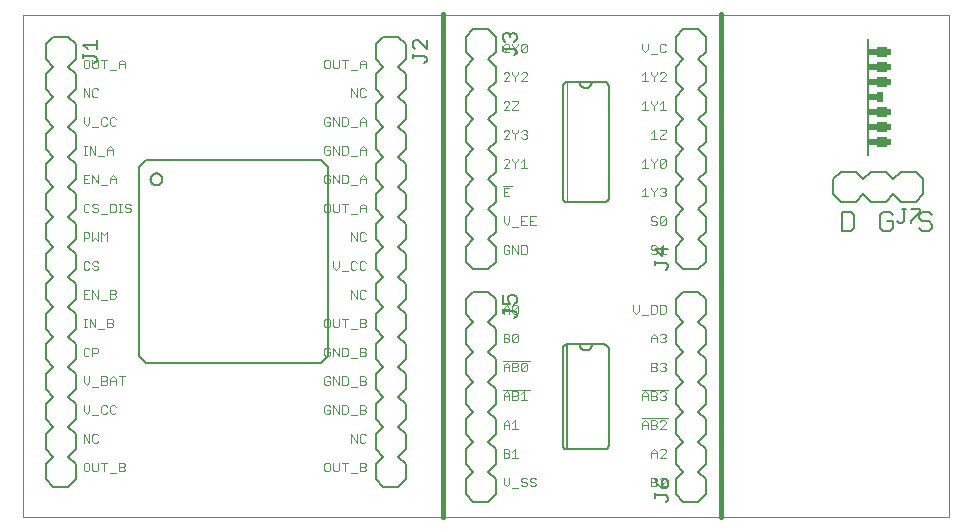
<source format=gto>
G75*
%MOIN*%
%OFA0B0*%
%FSLAX25Y25*%
%IPPOS*%
%LPD*%
%AMOC8*
5,1,8,0,0,1.08239X$1,22.5*
%
%ADD10C,0.00000*%
%ADD11C,0.00300*%
%ADD12C,0.00600*%
%ADD13C,0.01600*%
%ADD14C,0.00500*%
%ADD15C,0.00200*%
%ADD16C,0.00800*%
%ADD17R,0.02100X0.03543*%
%ADD18R,0.03750X0.03543*%
%ADD19R,0.07677X0.02362*%
%ADD20R,0.04150X0.02362*%
D10*
X0001000Y0001800D02*
X0001000Y0169261D01*
X0309701Y0169261D01*
X0309701Y0001800D01*
X0001000Y0001800D01*
D11*
X0021150Y0017434D02*
X0021634Y0016950D01*
X0022601Y0016950D01*
X0023085Y0017434D01*
X0023085Y0019369D01*
X0022601Y0019852D01*
X0021634Y0019852D01*
X0021150Y0019369D01*
X0021150Y0017434D01*
X0024097Y0017434D02*
X0024580Y0016950D01*
X0025548Y0016950D01*
X0026031Y0017434D01*
X0026031Y0019852D01*
X0027043Y0019852D02*
X0028978Y0019852D01*
X0028011Y0019852D02*
X0028011Y0016950D01*
X0029990Y0016466D02*
X0031925Y0016466D01*
X0032936Y0016950D02*
X0034387Y0016950D01*
X0034871Y0017434D01*
X0034871Y0017917D01*
X0034387Y0018401D01*
X0032936Y0018401D01*
X0032936Y0016950D02*
X0032936Y0019852D01*
X0034387Y0019852D01*
X0034871Y0019369D01*
X0034871Y0018885D01*
X0034387Y0018401D01*
X0024097Y0017434D02*
X0024097Y0019852D01*
X0024580Y0026550D02*
X0025548Y0026550D01*
X0026031Y0027034D01*
X0024580Y0026550D02*
X0024097Y0027034D01*
X0024097Y0028969D01*
X0024580Y0029452D01*
X0025548Y0029452D01*
X0026031Y0028969D01*
X0023085Y0029452D02*
X0023085Y0026550D01*
X0021150Y0029452D01*
X0021150Y0026550D01*
X0024097Y0035666D02*
X0026031Y0035666D01*
X0027043Y0036634D02*
X0027527Y0036150D01*
X0028494Y0036150D01*
X0028978Y0036634D01*
X0029990Y0036634D02*
X0030473Y0036150D01*
X0031441Y0036150D01*
X0031925Y0036634D01*
X0031925Y0038569D02*
X0031441Y0039052D01*
X0030473Y0039052D01*
X0029990Y0038569D01*
X0029990Y0036634D01*
X0028978Y0038569D02*
X0028494Y0039052D01*
X0027527Y0039052D01*
X0027043Y0038569D01*
X0027043Y0036634D01*
X0023085Y0037117D02*
X0023085Y0039052D01*
X0023085Y0037117D02*
X0022117Y0036150D01*
X0021150Y0037117D01*
X0021150Y0039052D01*
X0022117Y0045750D02*
X0023085Y0046717D01*
X0023085Y0048652D01*
X0021150Y0048652D02*
X0021150Y0046717D01*
X0022117Y0045750D01*
X0024097Y0045266D02*
X0026031Y0045266D01*
X0027043Y0045750D02*
X0028494Y0045750D01*
X0028978Y0046234D01*
X0028978Y0046717D01*
X0028494Y0047201D01*
X0027043Y0047201D01*
X0027043Y0045750D02*
X0027043Y0048652D01*
X0028494Y0048652D01*
X0028978Y0048169D01*
X0028978Y0047685D01*
X0028494Y0047201D01*
X0029990Y0047201D02*
X0031925Y0047201D01*
X0031925Y0047685D02*
X0031925Y0045750D01*
X0031925Y0047685D02*
X0030957Y0048652D01*
X0029990Y0047685D01*
X0029990Y0045750D01*
X0033904Y0045750D02*
X0033904Y0048652D01*
X0034871Y0048652D02*
X0032936Y0048652D01*
X0025548Y0056317D02*
X0024097Y0056317D01*
X0024097Y0055350D02*
X0024097Y0058252D01*
X0025548Y0058252D01*
X0026031Y0057769D01*
X0026031Y0056801D01*
X0025548Y0056317D01*
X0023085Y0055834D02*
X0022601Y0055350D01*
X0021634Y0055350D01*
X0021150Y0055834D01*
X0021150Y0057769D01*
X0021634Y0058252D01*
X0022601Y0058252D01*
X0023085Y0057769D01*
X0023114Y0064950D02*
X0023114Y0067852D01*
X0025049Y0064950D01*
X0025049Y0067852D01*
X0022117Y0067852D02*
X0021150Y0067852D01*
X0021634Y0067852D02*
X0021634Y0064950D01*
X0022117Y0064950D02*
X0021150Y0064950D01*
X0026061Y0064466D02*
X0027996Y0064466D01*
X0029007Y0064950D02*
X0030459Y0064950D01*
X0030942Y0065434D01*
X0030942Y0065917D01*
X0030459Y0066401D01*
X0029007Y0066401D01*
X0029007Y0064950D02*
X0029007Y0067852D01*
X0030459Y0067852D01*
X0030942Y0067369D01*
X0030942Y0066885D01*
X0030459Y0066401D01*
X0028978Y0074066D02*
X0027043Y0074066D01*
X0026031Y0074550D02*
X0026031Y0077452D01*
X0024097Y0077452D02*
X0026031Y0074550D01*
X0024097Y0074550D02*
X0024097Y0077452D01*
X0023085Y0077452D02*
X0021150Y0077452D01*
X0021150Y0074550D01*
X0023085Y0074550D01*
X0022117Y0076001D02*
X0021150Y0076001D01*
X0029990Y0076001D02*
X0031441Y0076001D01*
X0031925Y0075517D01*
X0031925Y0075034D01*
X0031441Y0074550D01*
X0029990Y0074550D01*
X0029990Y0077452D01*
X0031441Y0077452D01*
X0031925Y0076969D01*
X0031925Y0076485D01*
X0031441Y0076001D01*
X0025548Y0084150D02*
X0024580Y0084150D01*
X0024097Y0084634D01*
X0023085Y0084634D02*
X0022601Y0084150D01*
X0021634Y0084150D01*
X0021150Y0084634D01*
X0021150Y0086569D01*
X0021634Y0087052D01*
X0022601Y0087052D01*
X0023085Y0086569D01*
X0024097Y0086569D02*
X0024097Y0086085D01*
X0024580Y0085601D01*
X0025548Y0085601D01*
X0026031Y0085117D01*
X0026031Y0084634D01*
X0025548Y0084150D01*
X0026031Y0086569D02*
X0025548Y0087052D01*
X0024580Y0087052D01*
X0024097Y0086569D01*
X0024097Y0093750D02*
X0025064Y0094717D01*
X0026031Y0093750D01*
X0026031Y0096652D01*
X0027043Y0096652D02*
X0028011Y0095685D01*
X0028978Y0096652D01*
X0028978Y0093750D01*
X0027043Y0093750D02*
X0027043Y0096652D01*
X0024097Y0096652D02*
X0024097Y0093750D01*
X0023085Y0095201D02*
X0022601Y0094717D01*
X0021150Y0094717D01*
X0021150Y0093750D02*
X0021150Y0096652D01*
X0022601Y0096652D01*
X0023085Y0096169D01*
X0023085Y0095201D01*
X0022601Y0103350D02*
X0021634Y0103350D01*
X0021150Y0103834D01*
X0021150Y0105769D01*
X0021634Y0106252D01*
X0022601Y0106252D01*
X0023085Y0105769D01*
X0024097Y0105769D02*
X0024097Y0105285D01*
X0024580Y0104801D01*
X0025548Y0104801D01*
X0026031Y0104317D01*
X0026031Y0103834D01*
X0025548Y0103350D01*
X0024580Y0103350D01*
X0024097Y0103834D01*
X0023085Y0103834D02*
X0022601Y0103350D01*
X0024097Y0105769D02*
X0024580Y0106252D01*
X0025548Y0106252D01*
X0026031Y0105769D01*
X0027043Y0102866D02*
X0028978Y0102866D01*
X0029990Y0103350D02*
X0031441Y0103350D01*
X0031925Y0103834D01*
X0031925Y0105769D01*
X0031441Y0106252D01*
X0029990Y0106252D01*
X0029990Y0103350D01*
X0032936Y0103350D02*
X0033904Y0103350D01*
X0033420Y0103350D02*
X0033420Y0106252D01*
X0032936Y0106252D02*
X0033904Y0106252D01*
X0034900Y0105769D02*
X0034900Y0105285D01*
X0035384Y0104801D01*
X0036352Y0104801D01*
X0036835Y0104317D01*
X0036835Y0103834D01*
X0036352Y0103350D01*
X0035384Y0103350D01*
X0034900Y0103834D01*
X0034900Y0105769D02*
X0035384Y0106252D01*
X0036352Y0106252D01*
X0036835Y0105769D01*
X0028978Y0112466D02*
X0027043Y0112466D01*
X0026031Y0112950D02*
X0026031Y0115852D01*
X0024097Y0115852D02*
X0024097Y0112950D01*
X0023085Y0112950D02*
X0021150Y0112950D01*
X0021150Y0115852D01*
X0023085Y0115852D01*
X0024097Y0115852D02*
X0026031Y0112950D01*
X0029990Y0112950D02*
X0029990Y0114885D01*
X0030957Y0115852D01*
X0031925Y0114885D01*
X0031925Y0112950D01*
X0031925Y0114401D02*
X0029990Y0114401D01*
X0022117Y0114401D02*
X0021150Y0114401D01*
X0021150Y0122550D02*
X0022117Y0122550D01*
X0021634Y0122550D02*
X0021634Y0125452D01*
X0022117Y0125452D02*
X0021150Y0125452D01*
X0023114Y0125452D02*
X0025049Y0122550D01*
X0025049Y0125452D01*
X0023114Y0125452D02*
X0023114Y0122550D01*
X0026061Y0122066D02*
X0027996Y0122066D01*
X0029007Y0122550D02*
X0029007Y0124485D01*
X0029975Y0125452D01*
X0030942Y0124485D01*
X0030942Y0122550D01*
X0030942Y0124001D02*
X0029007Y0124001D01*
X0026031Y0131666D02*
X0024097Y0131666D01*
X0023085Y0133117D02*
X0023085Y0135052D01*
X0023085Y0133117D02*
X0022117Y0132150D01*
X0021150Y0133117D01*
X0021150Y0135052D01*
X0027043Y0134569D02*
X0027043Y0132634D01*
X0027527Y0132150D01*
X0028494Y0132150D01*
X0028978Y0132634D01*
X0029990Y0132634D02*
X0030473Y0132150D01*
X0031441Y0132150D01*
X0031925Y0132634D01*
X0031925Y0134569D02*
X0031441Y0135052D01*
X0030473Y0135052D01*
X0029990Y0134569D01*
X0029990Y0132634D01*
X0028978Y0134569D02*
X0028494Y0135052D01*
X0027527Y0135052D01*
X0027043Y0134569D01*
X0025548Y0141750D02*
X0024580Y0141750D01*
X0024097Y0142234D01*
X0024097Y0144169D01*
X0024580Y0144652D01*
X0025548Y0144652D01*
X0026031Y0144169D01*
X0026031Y0142234D02*
X0025548Y0141750D01*
X0023085Y0141750D02*
X0023085Y0144652D01*
X0021150Y0144652D02*
X0023085Y0141750D01*
X0021150Y0141750D02*
X0021150Y0144652D01*
X0021634Y0151350D02*
X0022601Y0151350D01*
X0023085Y0151834D01*
X0023085Y0153769D01*
X0022601Y0154252D01*
X0021634Y0154252D01*
X0021150Y0153769D01*
X0021150Y0151834D01*
X0021634Y0151350D01*
X0024097Y0151834D02*
X0024580Y0151350D01*
X0025548Y0151350D01*
X0026031Y0151834D01*
X0026031Y0154252D01*
X0027043Y0154252D02*
X0028978Y0154252D01*
X0028011Y0154252D02*
X0028011Y0151350D01*
X0029990Y0150866D02*
X0031925Y0150866D01*
X0032936Y0151350D02*
X0032936Y0153285D01*
X0033904Y0154252D01*
X0034871Y0153285D01*
X0034871Y0151350D01*
X0034871Y0152801D02*
X0032936Y0152801D01*
X0024097Y0151834D02*
X0024097Y0154252D01*
X0101417Y0153769D02*
X0101417Y0151834D01*
X0101901Y0151350D01*
X0102869Y0151350D01*
X0103352Y0151834D01*
X0103352Y0153769D01*
X0102869Y0154252D01*
X0101901Y0154252D01*
X0101417Y0153769D01*
X0104364Y0154252D02*
X0104364Y0151834D01*
X0104848Y0151350D01*
X0105815Y0151350D01*
X0106299Y0151834D01*
X0106299Y0154252D01*
X0107310Y0154252D02*
X0109245Y0154252D01*
X0108278Y0154252D02*
X0108278Y0151350D01*
X0110257Y0150866D02*
X0112192Y0150866D01*
X0113203Y0151350D02*
X0113203Y0153285D01*
X0114171Y0154252D01*
X0115138Y0153285D01*
X0115138Y0151350D01*
X0115138Y0152801D02*
X0113203Y0152801D01*
X0113687Y0144652D02*
X0113203Y0144169D01*
X0113203Y0142234D01*
X0113687Y0141750D01*
X0114655Y0141750D01*
X0115138Y0142234D01*
X0115138Y0144169D02*
X0114655Y0144652D01*
X0113687Y0144652D01*
X0112192Y0144652D02*
X0112192Y0141750D01*
X0110257Y0144652D01*
X0110257Y0141750D01*
X0108762Y0135052D02*
X0107310Y0135052D01*
X0107310Y0132150D01*
X0108762Y0132150D01*
X0109245Y0132634D01*
X0109245Y0134569D01*
X0108762Y0135052D01*
X0106299Y0135052D02*
X0106299Y0132150D01*
X0104364Y0135052D01*
X0104364Y0132150D01*
X0103352Y0132634D02*
X0103352Y0133601D01*
X0102385Y0133601D01*
X0103352Y0132634D02*
X0102869Y0132150D01*
X0101901Y0132150D01*
X0101417Y0132634D01*
X0101417Y0134569D01*
X0101901Y0135052D01*
X0102869Y0135052D01*
X0103352Y0134569D01*
X0110257Y0131666D02*
X0112192Y0131666D01*
X0113203Y0132150D02*
X0113203Y0134085D01*
X0114171Y0135052D01*
X0115138Y0134085D01*
X0115138Y0132150D01*
X0115138Y0133601D02*
X0113203Y0133601D01*
X0114171Y0125452D02*
X0115138Y0124485D01*
X0115138Y0122550D01*
X0115138Y0124001D02*
X0113203Y0124001D01*
X0113203Y0124485D02*
X0114171Y0125452D01*
X0113203Y0124485D02*
X0113203Y0122550D01*
X0112192Y0122066D02*
X0110257Y0122066D01*
X0109245Y0123034D02*
X0109245Y0124969D01*
X0108762Y0125452D01*
X0107310Y0125452D01*
X0107310Y0122550D01*
X0108762Y0122550D01*
X0109245Y0123034D01*
X0106299Y0122550D02*
X0106299Y0125452D01*
X0104364Y0125452D02*
X0106299Y0122550D01*
X0104364Y0122550D02*
X0104364Y0125452D01*
X0103352Y0124969D02*
X0102869Y0125452D01*
X0101901Y0125452D01*
X0101417Y0124969D01*
X0101417Y0123034D01*
X0101901Y0122550D01*
X0102869Y0122550D01*
X0103352Y0123034D01*
X0103352Y0124001D01*
X0102385Y0124001D01*
X0102869Y0115852D02*
X0101901Y0115852D01*
X0101417Y0115369D01*
X0101417Y0113434D01*
X0101901Y0112950D01*
X0102869Y0112950D01*
X0103352Y0113434D01*
X0103352Y0114401D01*
X0102385Y0114401D01*
X0103352Y0115369D02*
X0102869Y0115852D01*
X0104364Y0115852D02*
X0106299Y0112950D01*
X0106299Y0115852D01*
X0107310Y0115852D02*
X0108762Y0115852D01*
X0109245Y0115369D01*
X0109245Y0113434D01*
X0108762Y0112950D01*
X0107310Y0112950D01*
X0107310Y0115852D01*
X0104364Y0115852D02*
X0104364Y0112950D01*
X0110257Y0112466D02*
X0112192Y0112466D01*
X0113203Y0112950D02*
X0113203Y0114885D01*
X0114171Y0115852D01*
X0115138Y0114885D01*
X0115138Y0112950D01*
X0115138Y0114401D02*
X0113203Y0114401D01*
X0114171Y0106252D02*
X0115138Y0105285D01*
X0115138Y0103350D01*
X0115138Y0104801D02*
X0113203Y0104801D01*
X0113203Y0105285D02*
X0114171Y0106252D01*
X0113203Y0105285D02*
X0113203Y0103350D01*
X0112192Y0102866D02*
X0110257Y0102866D01*
X0108278Y0103350D02*
X0108278Y0106252D01*
X0109245Y0106252D02*
X0107310Y0106252D01*
X0106299Y0106252D02*
X0106299Y0103834D01*
X0105815Y0103350D01*
X0104848Y0103350D01*
X0104364Y0103834D01*
X0104364Y0106252D01*
X0103352Y0105769D02*
X0102869Y0106252D01*
X0101901Y0106252D01*
X0101417Y0105769D01*
X0101417Y0103834D01*
X0101901Y0103350D01*
X0102869Y0103350D01*
X0103352Y0103834D01*
X0103352Y0105769D01*
X0110257Y0096652D02*
X0112192Y0093750D01*
X0112192Y0096652D01*
X0113203Y0096169D02*
X0113203Y0094234D01*
X0113687Y0093750D01*
X0114655Y0093750D01*
X0115138Y0094234D01*
X0115138Y0096169D02*
X0114655Y0096652D01*
X0113687Y0096652D01*
X0113203Y0096169D01*
X0110257Y0096652D02*
X0110257Y0093750D01*
X0110741Y0087052D02*
X0110257Y0086569D01*
X0110257Y0084634D01*
X0110741Y0084150D01*
X0111708Y0084150D01*
X0112192Y0084634D01*
X0113203Y0084634D02*
X0113687Y0084150D01*
X0114655Y0084150D01*
X0115138Y0084634D01*
X0113203Y0084634D02*
X0113203Y0086569D01*
X0113687Y0087052D01*
X0114655Y0087052D01*
X0115138Y0086569D01*
X0112192Y0086569D02*
X0111708Y0087052D01*
X0110741Y0087052D01*
X0106299Y0087052D02*
X0106299Y0085117D01*
X0105331Y0084150D01*
X0104364Y0085117D01*
X0104364Y0087052D01*
X0107310Y0083666D02*
X0109245Y0083666D01*
X0110257Y0077452D02*
X0112192Y0074550D01*
X0112192Y0077452D01*
X0113203Y0076969D02*
X0113687Y0077452D01*
X0114655Y0077452D01*
X0115138Y0076969D01*
X0113203Y0076969D02*
X0113203Y0075034D01*
X0113687Y0074550D01*
X0114655Y0074550D01*
X0115138Y0075034D01*
X0110257Y0074550D02*
X0110257Y0077452D01*
X0109245Y0067852D02*
X0107310Y0067852D01*
X0108278Y0067852D02*
X0108278Y0064950D01*
X0110257Y0064466D02*
X0112192Y0064466D01*
X0113203Y0064950D02*
X0114655Y0064950D01*
X0115138Y0065434D01*
X0115138Y0065917D01*
X0114655Y0066401D01*
X0113203Y0066401D01*
X0113203Y0064950D02*
X0113203Y0067852D01*
X0114655Y0067852D01*
X0115138Y0067369D01*
X0115138Y0066885D01*
X0114655Y0066401D01*
X0106299Y0065434D02*
X0105815Y0064950D01*
X0104848Y0064950D01*
X0104364Y0065434D01*
X0104364Y0067852D01*
X0103352Y0067369D02*
X0102869Y0067852D01*
X0101901Y0067852D01*
X0101417Y0067369D01*
X0101417Y0065434D01*
X0101901Y0064950D01*
X0102869Y0064950D01*
X0103352Y0065434D01*
X0103352Y0067369D01*
X0106299Y0067852D02*
X0106299Y0065434D01*
X0106299Y0058252D02*
X0106299Y0055350D01*
X0104364Y0058252D01*
X0104364Y0055350D01*
X0103352Y0055834D02*
X0103352Y0056801D01*
X0102385Y0056801D01*
X0103352Y0055834D02*
X0102869Y0055350D01*
X0101901Y0055350D01*
X0101417Y0055834D01*
X0101417Y0057769D01*
X0101901Y0058252D01*
X0102869Y0058252D01*
X0103352Y0057769D01*
X0107310Y0058252D02*
X0107310Y0055350D01*
X0108762Y0055350D01*
X0109245Y0055834D01*
X0109245Y0057769D01*
X0108762Y0058252D01*
X0107310Y0058252D01*
X0110257Y0054866D02*
X0112192Y0054866D01*
X0113203Y0055350D02*
X0114655Y0055350D01*
X0115138Y0055834D01*
X0115138Y0056317D01*
X0114655Y0056801D01*
X0113203Y0056801D01*
X0113203Y0055350D02*
X0113203Y0058252D01*
X0114655Y0058252D01*
X0115138Y0057769D01*
X0115138Y0057285D01*
X0114655Y0056801D01*
X0114655Y0048652D02*
X0115138Y0048169D01*
X0115138Y0047685D01*
X0114655Y0047201D01*
X0113203Y0047201D01*
X0113203Y0045750D02*
X0114655Y0045750D01*
X0115138Y0046234D01*
X0115138Y0046717D01*
X0114655Y0047201D01*
X0114655Y0048652D02*
X0113203Y0048652D01*
X0113203Y0045750D01*
X0112192Y0045266D02*
X0110257Y0045266D01*
X0109245Y0046234D02*
X0108762Y0045750D01*
X0107310Y0045750D01*
X0107310Y0048652D01*
X0108762Y0048652D01*
X0109245Y0048169D01*
X0109245Y0046234D01*
X0106299Y0045750D02*
X0106299Y0048652D01*
X0104364Y0048652D02*
X0106299Y0045750D01*
X0104364Y0045750D02*
X0104364Y0048652D01*
X0103352Y0048169D02*
X0102869Y0048652D01*
X0101901Y0048652D01*
X0101417Y0048169D01*
X0101417Y0046234D01*
X0101901Y0045750D01*
X0102869Y0045750D01*
X0103352Y0046234D01*
X0103352Y0047201D01*
X0102385Y0047201D01*
X0102869Y0039052D02*
X0101901Y0039052D01*
X0101417Y0038569D01*
X0101417Y0036634D01*
X0101901Y0036150D01*
X0102869Y0036150D01*
X0103352Y0036634D01*
X0103352Y0037601D01*
X0102385Y0037601D01*
X0103352Y0038569D02*
X0102869Y0039052D01*
X0104364Y0039052D02*
X0106299Y0036150D01*
X0106299Y0039052D01*
X0107310Y0039052D02*
X0108762Y0039052D01*
X0109245Y0038569D01*
X0109245Y0036634D01*
X0108762Y0036150D01*
X0107310Y0036150D01*
X0107310Y0039052D01*
X0104364Y0039052D02*
X0104364Y0036150D01*
X0110257Y0035666D02*
X0112192Y0035666D01*
X0113203Y0036150D02*
X0114655Y0036150D01*
X0115138Y0036634D01*
X0115138Y0037117D01*
X0114655Y0037601D01*
X0113203Y0037601D01*
X0113203Y0036150D02*
X0113203Y0039052D01*
X0114655Y0039052D01*
X0115138Y0038569D01*
X0115138Y0038085D01*
X0114655Y0037601D01*
X0114655Y0029452D02*
X0113687Y0029452D01*
X0113203Y0028969D01*
X0113203Y0027034D01*
X0113687Y0026550D01*
X0114655Y0026550D01*
X0115138Y0027034D01*
X0115138Y0028969D02*
X0114655Y0029452D01*
X0112192Y0029452D02*
X0112192Y0026550D01*
X0110257Y0029452D01*
X0110257Y0026550D01*
X0109245Y0019852D02*
X0107310Y0019852D01*
X0108278Y0019852D02*
X0108278Y0016950D01*
X0110257Y0016466D02*
X0112192Y0016466D01*
X0113203Y0016950D02*
X0114655Y0016950D01*
X0115138Y0017434D01*
X0115138Y0017917D01*
X0114655Y0018401D01*
X0113203Y0018401D01*
X0113203Y0016950D02*
X0113203Y0019852D01*
X0114655Y0019852D01*
X0115138Y0019369D01*
X0115138Y0018885D01*
X0114655Y0018401D01*
X0106299Y0017434D02*
X0105815Y0016950D01*
X0104848Y0016950D01*
X0104364Y0017434D01*
X0104364Y0019852D01*
X0103352Y0019369D02*
X0102869Y0019852D01*
X0101901Y0019852D01*
X0101417Y0019369D01*
X0101417Y0017434D01*
X0101901Y0016950D01*
X0102869Y0016950D01*
X0103352Y0017434D01*
X0103352Y0019369D01*
X0106299Y0019852D02*
X0106299Y0017434D01*
X0161150Y0014852D02*
X0161150Y0012917D01*
X0162117Y0011950D01*
X0163085Y0012917D01*
X0163085Y0014852D01*
X0167043Y0014369D02*
X0167043Y0013885D01*
X0167527Y0013401D01*
X0168494Y0013401D01*
X0168978Y0012917D01*
X0168978Y0012434D01*
X0168494Y0011950D01*
X0167527Y0011950D01*
X0167043Y0012434D01*
X0166031Y0011466D02*
X0164097Y0011466D01*
X0167043Y0014369D02*
X0167527Y0014852D01*
X0168494Y0014852D01*
X0168978Y0014369D01*
X0169990Y0014369D02*
X0169990Y0013885D01*
X0170473Y0013401D01*
X0171441Y0013401D01*
X0171925Y0012917D01*
X0171925Y0012434D01*
X0171441Y0011950D01*
X0170473Y0011950D01*
X0169990Y0012434D01*
X0169990Y0014369D02*
X0170473Y0014852D01*
X0171441Y0014852D01*
X0171925Y0014369D01*
X0166031Y0021550D02*
X0164097Y0021550D01*
X0165064Y0021550D02*
X0165064Y0024452D01*
X0164097Y0023485D01*
X0163085Y0023485D02*
X0162601Y0023001D01*
X0161150Y0023001D01*
X0161150Y0021550D02*
X0162601Y0021550D01*
X0163085Y0022034D01*
X0163085Y0022517D01*
X0162601Y0023001D01*
X0163085Y0023485D02*
X0163085Y0023969D01*
X0162601Y0024452D01*
X0161150Y0024452D01*
X0161150Y0021550D01*
X0161150Y0031150D02*
X0161150Y0033085D01*
X0162117Y0034052D01*
X0163085Y0033085D01*
X0163085Y0031150D01*
X0164097Y0031150D02*
X0166031Y0031150D01*
X0165064Y0031150D02*
X0165064Y0034052D01*
X0164097Y0033085D01*
X0163085Y0032601D02*
X0161150Y0032601D01*
X0161150Y0040750D02*
X0161150Y0042685D01*
X0162117Y0043652D01*
X0163085Y0042685D01*
X0163085Y0040750D01*
X0164097Y0040750D02*
X0165548Y0040750D01*
X0166031Y0041234D01*
X0166031Y0041717D01*
X0165548Y0042201D01*
X0164097Y0042201D01*
X0163085Y0042201D02*
X0161150Y0042201D01*
X0161000Y0044250D02*
X0169840Y0044250D01*
X0168011Y0043652D02*
X0168011Y0040750D01*
X0168978Y0040750D02*
X0167043Y0040750D01*
X0167043Y0042685D02*
X0168011Y0043652D01*
X0166031Y0043169D02*
X0166031Y0042685D01*
X0165548Y0042201D01*
X0166031Y0043169D02*
X0165548Y0043652D01*
X0164097Y0043652D01*
X0164097Y0040750D01*
X0164097Y0050350D02*
X0165548Y0050350D01*
X0166031Y0050834D01*
X0166031Y0051317D01*
X0165548Y0051801D01*
X0164097Y0051801D01*
X0163085Y0051801D02*
X0161150Y0051801D01*
X0161150Y0052285D02*
X0162117Y0053252D01*
X0163085Y0052285D01*
X0163085Y0050350D01*
X0164097Y0050350D02*
X0164097Y0053252D01*
X0165548Y0053252D01*
X0166031Y0052769D01*
X0166031Y0052285D01*
X0165548Y0051801D01*
X0167043Y0050834D02*
X0167043Y0052769D01*
X0167527Y0053252D01*
X0168494Y0053252D01*
X0168978Y0052769D01*
X0167043Y0050834D01*
X0167527Y0050350D01*
X0168494Y0050350D01*
X0168978Y0050834D01*
X0168978Y0052769D01*
X0169840Y0053850D02*
X0161000Y0053850D01*
X0161150Y0052285D02*
X0161150Y0050350D01*
X0161150Y0059950D02*
X0162601Y0059950D01*
X0163085Y0060434D01*
X0163085Y0060917D01*
X0162601Y0061401D01*
X0161150Y0061401D01*
X0161150Y0059950D02*
X0161150Y0062852D01*
X0162601Y0062852D01*
X0163085Y0062369D01*
X0163085Y0061885D01*
X0162601Y0061401D01*
X0164097Y0060434D02*
X0166031Y0062369D01*
X0166031Y0060434D01*
X0165548Y0059950D01*
X0164580Y0059950D01*
X0164097Y0060434D01*
X0164097Y0062369D01*
X0164580Y0062852D01*
X0165548Y0062852D01*
X0166031Y0062369D01*
X0165548Y0069550D02*
X0164580Y0069550D01*
X0164097Y0070034D01*
X0166031Y0071969D01*
X0166031Y0070034D01*
X0165548Y0069550D01*
X0164097Y0070034D02*
X0164097Y0071969D01*
X0164580Y0072452D01*
X0165548Y0072452D01*
X0166031Y0071969D01*
X0163085Y0071485D02*
X0163085Y0069550D01*
X0163085Y0071001D02*
X0161150Y0071001D01*
X0161150Y0071485D02*
X0162117Y0072452D01*
X0163085Y0071485D01*
X0161150Y0071485D02*
X0161150Y0069550D01*
X0161634Y0089450D02*
X0161150Y0089934D01*
X0161150Y0091869D01*
X0161634Y0092352D01*
X0162601Y0092352D01*
X0163085Y0091869D01*
X0163085Y0090901D02*
X0162117Y0090901D01*
X0163085Y0090901D02*
X0163085Y0089934D01*
X0162601Y0089450D01*
X0161634Y0089450D01*
X0164097Y0089450D02*
X0164097Y0092352D01*
X0166031Y0089450D01*
X0166031Y0092352D01*
X0167043Y0092352D02*
X0168494Y0092352D01*
X0168978Y0091869D01*
X0168978Y0089934D01*
X0168494Y0089450D01*
X0167043Y0089450D01*
X0167043Y0092352D01*
X0166031Y0098566D02*
X0164097Y0098566D01*
X0163085Y0100017D02*
X0162117Y0099050D01*
X0161150Y0100017D01*
X0161150Y0101952D01*
X0163085Y0101952D02*
X0163085Y0100017D01*
X0167043Y0100501D02*
X0168011Y0100501D01*
X0168978Y0099050D02*
X0167043Y0099050D01*
X0167043Y0101952D01*
X0168978Y0101952D01*
X0169990Y0101952D02*
X0169990Y0099050D01*
X0171925Y0099050D01*
X0170957Y0100501D02*
X0169990Y0100501D01*
X0169990Y0101952D02*
X0171925Y0101952D01*
X0163085Y0108650D02*
X0161150Y0108650D01*
X0161150Y0111552D01*
X0163085Y0111552D01*
X0163947Y0112150D02*
X0161000Y0112150D01*
X0161150Y0110101D02*
X0162117Y0110101D01*
X0161150Y0118250D02*
X0163085Y0120185D01*
X0163085Y0120669D01*
X0162601Y0121152D01*
X0161634Y0121152D01*
X0161150Y0120669D01*
X0161150Y0118250D02*
X0163085Y0118250D01*
X0165064Y0118250D02*
X0165064Y0119701D01*
X0166031Y0120669D01*
X0166031Y0121152D01*
X0167043Y0120185D02*
X0168011Y0121152D01*
X0168011Y0118250D01*
X0168978Y0118250D02*
X0167043Y0118250D01*
X0165064Y0119701D02*
X0164097Y0120669D01*
X0164097Y0121152D01*
X0165064Y0127850D02*
X0165064Y0129301D01*
X0166031Y0130269D01*
X0166031Y0130752D01*
X0167043Y0130269D02*
X0167527Y0130752D01*
X0168494Y0130752D01*
X0168978Y0130269D01*
X0168978Y0129785D01*
X0168494Y0129301D01*
X0168978Y0128817D01*
X0168978Y0128334D01*
X0168494Y0127850D01*
X0167527Y0127850D01*
X0167043Y0128334D01*
X0168011Y0129301D02*
X0168494Y0129301D01*
X0165064Y0129301D02*
X0164097Y0130269D01*
X0164097Y0130752D01*
X0163085Y0130269D02*
X0162601Y0130752D01*
X0161634Y0130752D01*
X0161150Y0130269D01*
X0163085Y0130269D02*
X0163085Y0129785D01*
X0161150Y0127850D01*
X0163085Y0127850D01*
X0163085Y0137450D02*
X0161150Y0137450D01*
X0163085Y0139385D01*
X0163085Y0139869D01*
X0162601Y0140352D01*
X0161634Y0140352D01*
X0161150Y0139869D01*
X0164097Y0140352D02*
X0166031Y0140352D01*
X0166031Y0139869D01*
X0164097Y0137934D01*
X0164097Y0137450D01*
X0166031Y0137450D01*
X0165064Y0147050D02*
X0165064Y0148501D01*
X0166031Y0149469D01*
X0166031Y0149952D01*
X0167043Y0149469D02*
X0167527Y0149952D01*
X0168494Y0149952D01*
X0168978Y0149469D01*
X0168978Y0148985D01*
X0167043Y0147050D01*
X0168978Y0147050D01*
X0165064Y0148501D02*
X0164097Y0149469D01*
X0164097Y0149952D01*
X0163085Y0149469D02*
X0162601Y0149952D01*
X0161634Y0149952D01*
X0161150Y0149469D01*
X0163085Y0149469D02*
X0163085Y0148985D01*
X0161150Y0147050D01*
X0163085Y0147050D01*
X0163085Y0156650D02*
X0161150Y0156650D01*
X0163085Y0158585D01*
X0163085Y0159069D01*
X0162601Y0159552D01*
X0161634Y0159552D01*
X0161150Y0159069D01*
X0164097Y0159069D02*
X0164097Y0159552D01*
X0164097Y0159069D02*
X0165064Y0158101D01*
X0165064Y0156650D01*
X0165064Y0158101D02*
X0166031Y0159069D01*
X0166031Y0159552D01*
X0167043Y0159069D02*
X0167527Y0159552D01*
X0168494Y0159552D01*
X0168978Y0159069D01*
X0167043Y0157134D01*
X0167527Y0156650D01*
X0168494Y0156650D01*
X0168978Y0157134D01*
X0168978Y0159069D01*
X0167043Y0159069D02*
X0167043Y0157134D01*
X0207310Y0157617D02*
X0208278Y0156650D01*
X0209245Y0157617D01*
X0209245Y0159552D01*
X0207310Y0159552D02*
X0207310Y0157617D01*
X0210257Y0156166D02*
X0212192Y0156166D01*
X0213203Y0157134D02*
X0213687Y0156650D01*
X0214655Y0156650D01*
X0215138Y0157134D01*
X0213203Y0157134D02*
X0213203Y0159069D01*
X0213687Y0159552D01*
X0214655Y0159552D01*
X0215138Y0159069D01*
X0214655Y0149952D02*
X0213687Y0149952D01*
X0213203Y0149469D01*
X0212192Y0149469D02*
X0212192Y0149952D01*
X0212192Y0149469D02*
X0211224Y0148501D01*
X0211224Y0147050D01*
X0211224Y0148501D02*
X0210257Y0149469D01*
X0210257Y0149952D01*
X0208278Y0149952D02*
X0208278Y0147050D01*
X0209245Y0147050D02*
X0207310Y0147050D01*
X0207310Y0148985D02*
X0208278Y0149952D01*
X0213203Y0147050D02*
X0215138Y0148985D01*
X0215138Y0149469D01*
X0214655Y0149952D01*
X0215138Y0147050D02*
X0213203Y0147050D01*
X0214171Y0140352D02*
X0214171Y0137450D01*
X0215138Y0137450D02*
X0213203Y0137450D01*
X0213203Y0139385D02*
X0214171Y0140352D01*
X0212192Y0140352D02*
X0212192Y0139869D01*
X0211224Y0138901D01*
X0211224Y0137450D01*
X0211224Y0138901D02*
X0210257Y0139869D01*
X0210257Y0140352D01*
X0208278Y0140352D02*
X0208278Y0137450D01*
X0209245Y0137450D02*
X0207310Y0137450D01*
X0207310Y0139385D02*
X0208278Y0140352D01*
X0211224Y0130752D02*
X0211224Y0127850D01*
X0210257Y0127850D02*
X0212192Y0127850D01*
X0213203Y0127850D02*
X0215138Y0127850D01*
X0213203Y0127850D02*
X0213203Y0128334D01*
X0215138Y0130269D01*
X0215138Y0130752D01*
X0213203Y0130752D01*
X0211224Y0130752D02*
X0210257Y0129785D01*
X0210257Y0121152D02*
X0210257Y0120669D01*
X0211224Y0119701D01*
X0211224Y0118250D01*
X0211224Y0119701D02*
X0212192Y0120669D01*
X0212192Y0121152D01*
X0213203Y0120669D02*
X0213687Y0121152D01*
X0214655Y0121152D01*
X0215138Y0120669D01*
X0213203Y0118734D01*
X0213687Y0118250D01*
X0214655Y0118250D01*
X0215138Y0118734D01*
X0215138Y0120669D01*
X0213203Y0120669D02*
X0213203Y0118734D01*
X0209245Y0118250D02*
X0207310Y0118250D01*
X0208278Y0118250D02*
X0208278Y0121152D01*
X0207310Y0120185D01*
X0208278Y0111552D02*
X0208278Y0108650D01*
X0209245Y0108650D02*
X0207310Y0108650D01*
X0207310Y0110585D02*
X0208278Y0111552D01*
X0210257Y0111552D02*
X0210257Y0111069D01*
X0211224Y0110101D01*
X0211224Y0108650D01*
X0211224Y0110101D02*
X0212192Y0111069D01*
X0212192Y0111552D01*
X0213203Y0111069D02*
X0213687Y0111552D01*
X0214655Y0111552D01*
X0215138Y0111069D01*
X0215138Y0110585D01*
X0214655Y0110101D01*
X0215138Y0109617D01*
X0215138Y0109134D01*
X0214655Y0108650D01*
X0213687Y0108650D01*
X0213203Y0109134D01*
X0214171Y0110101D02*
X0214655Y0110101D01*
X0214655Y0101952D02*
X0213687Y0101952D01*
X0213203Y0101469D01*
X0213203Y0099534D01*
X0215138Y0101469D01*
X0215138Y0099534D01*
X0214655Y0099050D01*
X0213687Y0099050D01*
X0213203Y0099534D01*
X0212192Y0099534D02*
X0211708Y0099050D01*
X0210741Y0099050D01*
X0210257Y0099534D01*
X0210741Y0100501D02*
X0211708Y0100501D01*
X0212192Y0100017D01*
X0212192Y0099534D01*
X0210741Y0100501D02*
X0210257Y0100985D01*
X0210257Y0101469D01*
X0210741Y0101952D01*
X0211708Y0101952D01*
X0212192Y0101469D01*
X0214655Y0101952D02*
X0215138Y0101469D01*
X0214171Y0092352D02*
X0214171Y0089450D01*
X0215138Y0089450D02*
X0213203Y0089450D01*
X0212192Y0089934D02*
X0211708Y0089450D01*
X0210741Y0089450D01*
X0210257Y0089934D01*
X0210741Y0090901D02*
X0211708Y0090901D01*
X0212192Y0090417D01*
X0212192Y0089934D01*
X0210741Y0090901D02*
X0210257Y0091385D01*
X0210257Y0091869D01*
X0210741Y0092352D01*
X0211708Y0092352D01*
X0212192Y0091869D01*
X0213203Y0091385D02*
X0214171Y0092352D01*
X0214655Y0072452D02*
X0213203Y0072452D01*
X0213203Y0069550D01*
X0214655Y0069550D01*
X0215138Y0070034D01*
X0215138Y0071969D01*
X0214655Y0072452D01*
X0212192Y0071969D02*
X0211708Y0072452D01*
X0210257Y0072452D01*
X0210257Y0069550D01*
X0211708Y0069550D01*
X0212192Y0070034D01*
X0212192Y0071969D01*
X0209245Y0069066D02*
X0207310Y0069066D01*
X0206299Y0070517D02*
X0205331Y0069550D01*
X0204364Y0070517D01*
X0204364Y0072452D01*
X0206299Y0072452D02*
X0206299Y0070517D01*
X0211224Y0062852D02*
X0212192Y0061885D01*
X0212192Y0059950D01*
X0213203Y0060434D02*
X0213687Y0059950D01*
X0214655Y0059950D01*
X0215138Y0060434D01*
X0215138Y0060917D01*
X0214655Y0061401D01*
X0214171Y0061401D01*
X0214655Y0061401D02*
X0215138Y0061885D01*
X0215138Y0062369D01*
X0214655Y0062852D01*
X0213687Y0062852D01*
X0213203Y0062369D01*
X0212192Y0061401D02*
X0210257Y0061401D01*
X0210257Y0061885D02*
X0210257Y0059950D01*
X0210257Y0061885D02*
X0211224Y0062852D01*
X0211708Y0053252D02*
X0210257Y0053252D01*
X0210257Y0050350D01*
X0211708Y0050350D01*
X0212192Y0050834D01*
X0212192Y0051317D01*
X0211708Y0051801D01*
X0210257Y0051801D01*
X0211708Y0051801D02*
X0212192Y0052285D01*
X0212192Y0052769D01*
X0211708Y0053252D01*
X0213203Y0052769D02*
X0213687Y0053252D01*
X0214655Y0053252D01*
X0215138Y0052769D01*
X0215138Y0052285D01*
X0214655Y0051801D01*
X0215138Y0051317D01*
X0215138Y0050834D01*
X0214655Y0050350D01*
X0213687Y0050350D01*
X0213203Y0050834D01*
X0214171Y0051801D02*
X0214655Y0051801D01*
X0216000Y0044250D02*
X0207160Y0044250D01*
X0208278Y0043652D02*
X0207310Y0042685D01*
X0207310Y0040750D01*
X0207310Y0042201D02*
X0209245Y0042201D01*
X0209245Y0042685D02*
X0209245Y0040750D01*
X0210257Y0040750D02*
X0211708Y0040750D01*
X0212192Y0041234D01*
X0212192Y0041717D01*
X0211708Y0042201D01*
X0210257Y0042201D01*
X0209245Y0042685D02*
X0208278Y0043652D01*
X0210257Y0043652D02*
X0211708Y0043652D01*
X0212192Y0043169D01*
X0212192Y0042685D01*
X0211708Y0042201D01*
X0213203Y0041234D02*
X0213687Y0040750D01*
X0214655Y0040750D01*
X0215138Y0041234D01*
X0215138Y0041717D01*
X0214655Y0042201D01*
X0214171Y0042201D01*
X0214655Y0042201D02*
X0215138Y0042685D01*
X0215138Y0043169D01*
X0214655Y0043652D01*
X0213687Y0043652D01*
X0213203Y0043169D01*
X0210257Y0043652D02*
X0210257Y0040750D01*
X0207160Y0034650D02*
X0216000Y0034650D01*
X0215138Y0033569D02*
X0214655Y0034052D01*
X0213687Y0034052D01*
X0213203Y0033569D01*
X0212192Y0033569D02*
X0212192Y0033085D01*
X0211708Y0032601D01*
X0210257Y0032601D01*
X0209245Y0032601D02*
X0207310Y0032601D01*
X0207310Y0033085D02*
X0208278Y0034052D01*
X0209245Y0033085D01*
X0209245Y0031150D01*
X0210257Y0031150D02*
X0211708Y0031150D01*
X0212192Y0031634D01*
X0212192Y0032117D01*
X0211708Y0032601D01*
X0212192Y0033569D02*
X0211708Y0034052D01*
X0210257Y0034052D01*
X0210257Y0031150D01*
X0213203Y0031150D02*
X0215138Y0033085D01*
X0215138Y0033569D01*
X0215138Y0031150D02*
X0213203Y0031150D01*
X0207310Y0031150D02*
X0207310Y0033085D01*
X0211224Y0024452D02*
X0212192Y0023485D01*
X0212192Y0021550D01*
X0213203Y0021550D02*
X0215138Y0023485D01*
X0215138Y0023969D01*
X0214655Y0024452D01*
X0213687Y0024452D01*
X0213203Y0023969D01*
X0212192Y0023001D02*
X0210257Y0023001D01*
X0210257Y0023485D02*
X0211224Y0024452D01*
X0210257Y0023485D02*
X0210257Y0021550D01*
X0213203Y0021550D02*
X0215138Y0021550D01*
X0214655Y0014852D02*
X0213687Y0014852D01*
X0213203Y0014369D01*
X0212192Y0014369D02*
X0212192Y0013885D01*
X0211708Y0013401D01*
X0210257Y0013401D01*
X0210257Y0011950D02*
X0211708Y0011950D01*
X0212192Y0012434D01*
X0212192Y0012917D01*
X0211708Y0013401D01*
X0212192Y0014369D02*
X0211708Y0014852D01*
X0210257Y0014852D01*
X0210257Y0011950D01*
X0213203Y0011950D02*
X0215138Y0013885D01*
X0215138Y0014369D01*
X0214655Y0014852D01*
X0215138Y0011950D02*
X0213203Y0011950D01*
D12*
X0194700Y0024300D02*
X0182300Y0024300D01*
X0182200Y0024300D02*
X0182200Y0059300D01*
X0182300Y0059300D02*
X0186500Y0059300D01*
X0190500Y0059300D01*
X0194700Y0059300D01*
X0194776Y0059298D01*
X0194852Y0059292D01*
X0194927Y0059283D01*
X0195002Y0059269D01*
X0195076Y0059252D01*
X0195149Y0059231D01*
X0195221Y0059207D01*
X0195292Y0059178D01*
X0195361Y0059147D01*
X0195428Y0059112D01*
X0195493Y0059073D01*
X0195557Y0059031D01*
X0195618Y0058986D01*
X0195677Y0058938D01*
X0195733Y0058887D01*
X0195787Y0058833D01*
X0195838Y0058777D01*
X0195886Y0058718D01*
X0195931Y0058657D01*
X0195973Y0058593D01*
X0196012Y0058528D01*
X0196047Y0058461D01*
X0196078Y0058392D01*
X0196107Y0058321D01*
X0196131Y0058249D01*
X0196152Y0058176D01*
X0196169Y0058102D01*
X0196183Y0058027D01*
X0196192Y0057952D01*
X0196198Y0057876D01*
X0196200Y0057800D01*
X0196200Y0025800D01*
X0196198Y0025724D01*
X0196192Y0025648D01*
X0196183Y0025573D01*
X0196169Y0025498D01*
X0196152Y0025424D01*
X0196131Y0025351D01*
X0196107Y0025279D01*
X0196078Y0025208D01*
X0196047Y0025139D01*
X0196012Y0025072D01*
X0195973Y0025007D01*
X0195931Y0024943D01*
X0195886Y0024882D01*
X0195838Y0024823D01*
X0195787Y0024767D01*
X0195733Y0024713D01*
X0195677Y0024662D01*
X0195618Y0024614D01*
X0195557Y0024569D01*
X0195493Y0024527D01*
X0195428Y0024488D01*
X0195361Y0024453D01*
X0195292Y0024422D01*
X0195221Y0024393D01*
X0195149Y0024369D01*
X0195076Y0024348D01*
X0195002Y0024331D01*
X0194927Y0024317D01*
X0194852Y0024308D01*
X0194776Y0024302D01*
X0194700Y0024300D01*
X0182300Y0024300D02*
X0182224Y0024302D01*
X0182148Y0024308D01*
X0182073Y0024317D01*
X0181998Y0024331D01*
X0181924Y0024348D01*
X0181851Y0024369D01*
X0181779Y0024393D01*
X0181708Y0024422D01*
X0181639Y0024453D01*
X0181572Y0024488D01*
X0181507Y0024527D01*
X0181443Y0024569D01*
X0181382Y0024614D01*
X0181323Y0024662D01*
X0181267Y0024713D01*
X0181213Y0024767D01*
X0181162Y0024823D01*
X0181114Y0024882D01*
X0181069Y0024943D01*
X0181027Y0025007D01*
X0180988Y0025072D01*
X0180953Y0025139D01*
X0180922Y0025208D01*
X0180893Y0025279D01*
X0180869Y0025351D01*
X0180848Y0025424D01*
X0180831Y0025498D01*
X0180817Y0025573D01*
X0180808Y0025648D01*
X0180802Y0025724D01*
X0180800Y0025800D01*
X0180800Y0057800D01*
X0180802Y0057876D01*
X0180808Y0057952D01*
X0180817Y0058027D01*
X0180831Y0058102D01*
X0180848Y0058176D01*
X0180869Y0058249D01*
X0180893Y0058321D01*
X0180922Y0058392D01*
X0180953Y0058461D01*
X0180988Y0058528D01*
X0181027Y0058593D01*
X0181069Y0058657D01*
X0181114Y0058718D01*
X0181162Y0058777D01*
X0181213Y0058833D01*
X0181267Y0058887D01*
X0181323Y0058938D01*
X0181382Y0058986D01*
X0181443Y0059031D01*
X0181507Y0059073D01*
X0181572Y0059112D01*
X0181639Y0059147D01*
X0181708Y0059178D01*
X0181779Y0059207D01*
X0181851Y0059231D01*
X0181924Y0059252D01*
X0181998Y0059269D01*
X0182073Y0059283D01*
X0182148Y0059292D01*
X0182224Y0059298D01*
X0182300Y0059300D01*
X0186500Y0059300D02*
X0186502Y0059212D01*
X0186508Y0059123D01*
X0186518Y0059035D01*
X0186531Y0058948D01*
X0186549Y0058861D01*
X0186570Y0058775D01*
X0186595Y0058690D01*
X0186624Y0058607D01*
X0186657Y0058524D01*
X0186693Y0058444D01*
X0186732Y0058365D01*
X0186775Y0058287D01*
X0186822Y0058212D01*
X0186872Y0058139D01*
X0186925Y0058068D01*
X0186981Y0057999D01*
X0187040Y0057933D01*
X0187102Y0057870D01*
X0187166Y0057810D01*
X0187233Y0057752D01*
X0187303Y0057698D01*
X0187375Y0057646D01*
X0187449Y0057598D01*
X0187526Y0057553D01*
X0187604Y0057512D01*
X0187684Y0057474D01*
X0187765Y0057440D01*
X0187848Y0057409D01*
X0187933Y0057382D01*
X0188018Y0057359D01*
X0188104Y0057340D01*
X0188192Y0057324D01*
X0188279Y0057312D01*
X0188367Y0057304D01*
X0188456Y0057300D01*
X0188544Y0057300D01*
X0188633Y0057304D01*
X0188721Y0057312D01*
X0188808Y0057324D01*
X0188896Y0057340D01*
X0188982Y0057359D01*
X0189067Y0057382D01*
X0189152Y0057409D01*
X0189235Y0057440D01*
X0189316Y0057474D01*
X0189396Y0057512D01*
X0189474Y0057553D01*
X0189551Y0057598D01*
X0189625Y0057646D01*
X0189697Y0057698D01*
X0189767Y0057752D01*
X0189834Y0057810D01*
X0189898Y0057870D01*
X0189960Y0057933D01*
X0190019Y0057999D01*
X0190075Y0058068D01*
X0190128Y0058139D01*
X0190178Y0058212D01*
X0190225Y0058287D01*
X0190268Y0058365D01*
X0190307Y0058444D01*
X0190343Y0058524D01*
X0190376Y0058607D01*
X0190405Y0058690D01*
X0190430Y0058775D01*
X0190451Y0058861D01*
X0190469Y0058948D01*
X0190482Y0059035D01*
X0190492Y0059123D01*
X0190498Y0059212D01*
X0190500Y0059300D01*
X0273800Y0097100D02*
X0277003Y0097100D01*
X0278070Y0098168D01*
X0278070Y0102438D01*
X0277003Y0103505D01*
X0273800Y0103505D01*
X0273800Y0097100D01*
X0286691Y0098168D02*
X0287759Y0097100D01*
X0289894Y0097100D01*
X0290961Y0098168D01*
X0290961Y0100303D01*
X0288826Y0100303D01*
X0286691Y0102438D02*
X0286691Y0098168D01*
X0286691Y0102438D02*
X0287759Y0103505D01*
X0289894Y0103505D01*
X0290961Y0102438D01*
X0299582Y0102438D02*
X0299582Y0101370D01*
X0300650Y0100303D01*
X0302785Y0100303D01*
X0303852Y0099235D01*
X0303852Y0098168D01*
X0302785Y0097100D01*
X0300650Y0097100D01*
X0299582Y0098168D01*
X0299582Y0102438D02*
X0300650Y0103505D01*
X0302785Y0103505D01*
X0303852Y0102438D01*
X0196200Y0108300D02*
X0196200Y0145300D01*
X0196198Y0145376D01*
X0196192Y0145452D01*
X0196183Y0145527D01*
X0196169Y0145602D01*
X0196152Y0145676D01*
X0196131Y0145749D01*
X0196107Y0145821D01*
X0196078Y0145892D01*
X0196047Y0145961D01*
X0196012Y0146028D01*
X0195973Y0146093D01*
X0195931Y0146157D01*
X0195886Y0146218D01*
X0195838Y0146277D01*
X0195787Y0146333D01*
X0195733Y0146387D01*
X0195677Y0146438D01*
X0195618Y0146486D01*
X0195557Y0146531D01*
X0195493Y0146573D01*
X0195428Y0146612D01*
X0195361Y0146647D01*
X0195292Y0146678D01*
X0195221Y0146707D01*
X0195149Y0146731D01*
X0195076Y0146752D01*
X0195002Y0146769D01*
X0194927Y0146783D01*
X0194852Y0146792D01*
X0194776Y0146798D01*
X0194700Y0146800D01*
X0190500Y0146800D01*
X0186500Y0146800D01*
X0182300Y0146800D01*
X0182224Y0146798D01*
X0182148Y0146792D01*
X0182073Y0146783D01*
X0181998Y0146769D01*
X0181924Y0146752D01*
X0181851Y0146731D01*
X0181779Y0146707D01*
X0181708Y0146678D01*
X0181639Y0146647D01*
X0181572Y0146612D01*
X0181507Y0146573D01*
X0181443Y0146531D01*
X0181382Y0146486D01*
X0181323Y0146438D01*
X0181267Y0146387D01*
X0181213Y0146333D01*
X0181162Y0146277D01*
X0181114Y0146218D01*
X0181069Y0146157D01*
X0181027Y0146093D01*
X0180988Y0146028D01*
X0180953Y0145961D01*
X0180922Y0145892D01*
X0180893Y0145821D01*
X0180869Y0145749D01*
X0180848Y0145676D01*
X0180831Y0145602D01*
X0180817Y0145527D01*
X0180808Y0145452D01*
X0180802Y0145376D01*
X0180800Y0145300D01*
X0180800Y0108300D01*
X0180802Y0108224D01*
X0180808Y0108148D01*
X0180817Y0108073D01*
X0180831Y0107998D01*
X0180848Y0107924D01*
X0180869Y0107851D01*
X0180893Y0107779D01*
X0180922Y0107708D01*
X0180953Y0107639D01*
X0180988Y0107572D01*
X0181027Y0107507D01*
X0181069Y0107443D01*
X0181114Y0107382D01*
X0181162Y0107323D01*
X0181213Y0107267D01*
X0181267Y0107213D01*
X0181323Y0107162D01*
X0181382Y0107114D01*
X0181443Y0107069D01*
X0181507Y0107027D01*
X0181572Y0106988D01*
X0181639Y0106953D01*
X0181708Y0106922D01*
X0181779Y0106893D01*
X0181851Y0106869D01*
X0181924Y0106848D01*
X0181998Y0106831D01*
X0182073Y0106817D01*
X0182148Y0106808D01*
X0182224Y0106802D01*
X0182300Y0106800D01*
X0194700Y0106800D01*
X0194776Y0106802D01*
X0194852Y0106808D01*
X0194927Y0106817D01*
X0195002Y0106831D01*
X0195076Y0106848D01*
X0195149Y0106869D01*
X0195221Y0106893D01*
X0195292Y0106922D01*
X0195361Y0106953D01*
X0195428Y0106988D01*
X0195493Y0107027D01*
X0195557Y0107069D01*
X0195618Y0107114D01*
X0195677Y0107162D01*
X0195733Y0107213D01*
X0195787Y0107267D01*
X0195838Y0107323D01*
X0195886Y0107382D01*
X0195931Y0107443D01*
X0195973Y0107507D01*
X0196012Y0107572D01*
X0196047Y0107639D01*
X0196078Y0107708D01*
X0196107Y0107779D01*
X0196131Y0107851D01*
X0196152Y0107924D01*
X0196169Y0107998D01*
X0196183Y0108073D01*
X0196192Y0108148D01*
X0196198Y0108224D01*
X0196200Y0108300D01*
X0190500Y0146800D02*
X0190498Y0146712D01*
X0190492Y0146623D01*
X0190482Y0146535D01*
X0190469Y0146448D01*
X0190451Y0146361D01*
X0190430Y0146275D01*
X0190405Y0146190D01*
X0190376Y0146107D01*
X0190343Y0146024D01*
X0190307Y0145944D01*
X0190268Y0145865D01*
X0190225Y0145787D01*
X0190178Y0145712D01*
X0190128Y0145639D01*
X0190075Y0145568D01*
X0190019Y0145499D01*
X0189960Y0145433D01*
X0189898Y0145370D01*
X0189834Y0145310D01*
X0189767Y0145252D01*
X0189697Y0145198D01*
X0189625Y0145146D01*
X0189551Y0145098D01*
X0189474Y0145053D01*
X0189396Y0145012D01*
X0189316Y0144974D01*
X0189235Y0144940D01*
X0189152Y0144909D01*
X0189067Y0144882D01*
X0188982Y0144859D01*
X0188896Y0144840D01*
X0188808Y0144824D01*
X0188721Y0144812D01*
X0188633Y0144804D01*
X0188544Y0144800D01*
X0188456Y0144800D01*
X0188367Y0144804D01*
X0188279Y0144812D01*
X0188192Y0144824D01*
X0188104Y0144840D01*
X0188018Y0144859D01*
X0187933Y0144882D01*
X0187848Y0144909D01*
X0187765Y0144940D01*
X0187684Y0144974D01*
X0187604Y0145012D01*
X0187526Y0145053D01*
X0187449Y0145098D01*
X0187375Y0145146D01*
X0187303Y0145198D01*
X0187233Y0145252D01*
X0187166Y0145310D01*
X0187102Y0145370D01*
X0187040Y0145433D01*
X0186981Y0145499D01*
X0186925Y0145568D01*
X0186872Y0145639D01*
X0186822Y0145712D01*
X0186775Y0145787D01*
X0186732Y0145865D01*
X0186693Y0145944D01*
X0186657Y0146024D01*
X0186624Y0146107D01*
X0186595Y0146190D01*
X0186570Y0146275D01*
X0186549Y0146361D01*
X0186531Y0146448D01*
X0186518Y0146535D01*
X0186508Y0146623D01*
X0186502Y0146712D01*
X0186500Y0146800D01*
D13*
X0141000Y0169300D02*
X0141000Y0001800D01*
X0233500Y0001800D02*
X0233500Y0169300D01*
D14*
X0165450Y0162498D02*
X0165450Y0160997D01*
X0164699Y0160246D01*
X0163198Y0161747D02*
X0163198Y0162498D01*
X0163949Y0163249D01*
X0164699Y0163249D01*
X0165450Y0162498D01*
X0163198Y0162498D02*
X0162447Y0163249D01*
X0161697Y0163249D01*
X0160946Y0162498D01*
X0160946Y0160997D01*
X0161697Y0160246D01*
X0160946Y0158645D02*
X0160946Y0157143D01*
X0160946Y0157894D02*
X0164699Y0157894D01*
X0165450Y0157143D01*
X0165450Y0156393D01*
X0164699Y0155642D01*
X0135450Y0154643D02*
X0135450Y0153893D01*
X0134699Y0153142D01*
X0135450Y0154643D02*
X0134699Y0155394D01*
X0130946Y0155394D01*
X0130946Y0154643D02*
X0130946Y0156145D01*
X0131697Y0157746D02*
X0130946Y0158497D01*
X0130946Y0159998D01*
X0131697Y0160749D01*
X0132447Y0160749D01*
X0135450Y0157746D01*
X0135450Y0160749D01*
X0100134Y0120658D02*
X0102496Y0118296D01*
X0102496Y0055304D01*
X0100134Y0052942D01*
X0041866Y0052942D01*
X0039504Y0055304D01*
X0039504Y0118296D01*
X0041866Y0120658D01*
X0100134Y0120658D01*
X0043440Y0114359D02*
X0043442Y0114447D01*
X0043448Y0114535D01*
X0043458Y0114623D01*
X0043472Y0114711D01*
X0043489Y0114797D01*
X0043511Y0114883D01*
X0043536Y0114967D01*
X0043566Y0115051D01*
X0043598Y0115133D01*
X0043635Y0115213D01*
X0043675Y0115292D01*
X0043719Y0115369D01*
X0043766Y0115444D01*
X0043816Y0115516D01*
X0043870Y0115587D01*
X0043926Y0115654D01*
X0043986Y0115720D01*
X0044048Y0115782D01*
X0044114Y0115842D01*
X0044181Y0115898D01*
X0044252Y0115952D01*
X0044324Y0116002D01*
X0044399Y0116049D01*
X0044476Y0116093D01*
X0044555Y0116133D01*
X0044635Y0116170D01*
X0044717Y0116202D01*
X0044801Y0116232D01*
X0044885Y0116257D01*
X0044971Y0116279D01*
X0045057Y0116296D01*
X0045145Y0116310D01*
X0045233Y0116320D01*
X0045321Y0116326D01*
X0045409Y0116328D01*
X0045497Y0116326D01*
X0045585Y0116320D01*
X0045673Y0116310D01*
X0045761Y0116296D01*
X0045847Y0116279D01*
X0045933Y0116257D01*
X0046017Y0116232D01*
X0046101Y0116202D01*
X0046183Y0116170D01*
X0046263Y0116133D01*
X0046342Y0116093D01*
X0046419Y0116049D01*
X0046494Y0116002D01*
X0046566Y0115952D01*
X0046637Y0115898D01*
X0046704Y0115842D01*
X0046770Y0115782D01*
X0046832Y0115720D01*
X0046892Y0115654D01*
X0046948Y0115587D01*
X0047002Y0115516D01*
X0047052Y0115444D01*
X0047099Y0115369D01*
X0047143Y0115292D01*
X0047183Y0115213D01*
X0047220Y0115133D01*
X0047252Y0115051D01*
X0047282Y0114967D01*
X0047307Y0114883D01*
X0047329Y0114797D01*
X0047346Y0114711D01*
X0047360Y0114623D01*
X0047370Y0114535D01*
X0047376Y0114447D01*
X0047378Y0114359D01*
X0047376Y0114271D01*
X0047370Y0114183D01*
X0047360Y0114095D01*
X0047346Y0114007D01*
X0047329Y0113921D01*
X0047307Y0113835D01*
X0047282Y0113751D01*
X0047252Y0113667D01*
X0047220Y0113585D01*
X0047183Y0113505D01*
X0047143Y0113426D01*
X0047099Y0113349D01*
X0047052Y0113274D01*
X0047002Y0113202D01*
X0046948Y0113131D01*
X0046892Y0113064D01*
X0046832Y0112998D01*
X0046770Y0112936D01*
X0046704Y0112876D01*
X0046637Y0112820D01*
X0046566Y0112766D01*
X0046494Y0112716D01*
X0046419Y0112669D01*
X0046342Y0112625D01*
X0046263Y0112585D01*
X0046183Y0112548D01*
X0046101Y0112516D01*
X0046017Y0112486D01*
X0045933Y0112461D01*
X0045847Y0112439D01*
X0045761Y0112422D01*
X0045673Y0112408D01*
X0045585Y0112398D01*
X0045497Y0112392D01*
X0045409Y0112390D01*
X0045321Y0112392D01*
X0045233Y0112398D01*
X0045145Y0112408D01*
X0045057Y0112422D01*
X0044971Y0112439D01*
X0044885Y0112461D01*
X0044801Y0112486D01*
X0044717Y0112516D01*
X0044635Y0112548D01*
X0044555Y0112585D01*
X0044476Y0112625D01*
X0044399Y0112669D01*
X0044324Y0112716D01*
X0044252Y0112766D01*
X0044181Y0112820D01*
X0044114Y0112876D01*
X0044048Y0112936D01*
X0043986Y0112998D01*
X0043926Y0113064D01*
X0043870Y0113131D01*
X0043816Y0113202D01*
X0043766Y0113274D01*
X0043719Y0113349D01*
X0043675Y0113426D01*
X0043635Y0113505D01*
X0043598Y0113585D01*
X0043566Y0113667D01*
X0043536Y0113751D01*
X0043511Y0113835D01*
X0043489Y0113921D01*
X0043472Y0114007D01*
X0043458Y0114095D01*
X0043448Y0114183D01*
X0043442Y0114271D01*
X0043440Y0114359D01*
X0024699Y0153142D02*
X0025450Y0153893D01*
X0025450Y0154643D01*
X0024699Y0155394D01*
X0020946Y0155394D01*
X0020946Y0154643D02*
X0020946Y0156145D01*
X0022447Y0157746D02*
X0020946Y0159247D01*
X0025450Y0159247D01*
X0025450Y0157746D02*
X0025450Y0160749D01*
X0160946Y0075749D02*
X0160946Y0072746D01*
X0163198Y0072746D01*
X0162447Y0074247D01*
X0162447Y0074998D01*
X0163198Y0075749D01*
X0164699Y0075749D01*
X0165450Y0074998D01*
X0165450Y0073497D01*
X0164699Y0072746D01*
X0164699Y0070394D02*
X0160946Y0070394D01*
X0160946Y0069643D02*
X0160946Y0071145D01*
X0164699Y0070394D02*
X0165450Y0069643D01*
X0165450Y0068893D01*
X0164699Y0068142D01*
X0211546Y0085751D02*
X0211546Y0087253D01*
X0211546Y0086502D02*
X0215299Y0086502D01*
X0216050Y0085751D01*
X0216050Y0085001D01*
X0215299Y0084250D01*
X0213798Y0088854D02*
X0213798Y0091856D01*
X0211546Y0091106D02*
X0213798Y0088854D01*
X0216050Y0091106D02*
X0211546Y0091106D01*
X0292342Y0100601D02*
X0293093Y0099850D01*
X0293843Y0099850D01*
X0294594Y0100601D01*
X0294594Y0104354D01*
X0293843Y0104354D02*
X0295345Y0104354D01*
X0296946Y0104354D02*
X0299949Y0104354D01*
X0299949Y0103603D01*
X0296946Y0100601D01*
X0296946Y0099850D01*
X0215299Y0014356D02*
X0214549Y0014356D01*
X0213798Y0013606D01*
X0213798Y0011354D01*
X0215299Y0011354D01*
X0216050Y0012105D01*
X0216050Y0013606D01*
X0215299Y0014356D01*
X0212297Y0012855D02*
X0213798Y0011354D01*
X0212297Y0012855D02*
X0211546Y0014356D01*
X0211546Y0009753D02*
X0211546Y0008251D01*
X0211546Y0009002D02*
X0215299Y0009002D01*
X0216050Y0008251D01*
X0216050Y0007501D01*
X0215299Y0006750D01*
D15*
X0182200Y0106800D02*
X0182200Y0146800D01*
D16*
X0158500Y0146800D02*
X0156000Y0144300D01*
X0158500Y0141800D01*
X0158500Y0136800D01*
X0156000Y0134300D01*
X0158500Y0131800D01*
X0158500Y0126800D01*
X0156000Y0124300D01*
X0158500Y0121800D01*
X0158500Y0116800D01*
X0156000Y0114300D01*
X0158500Y0111800D01*
X0158500Y0106800D01*
X0156000Y0104300D01*
X0158500Y0101800D01*
X0158500Y0096800D01*
X0156000Y0094300D01*
X0158500Y0091800D01*
X0158500Y0086800D01*
X0156000Y0084300D01*
X0151000Y0084300D01*
X0148500Y0086800D01*
X0148500Y0091800D01*
X0151000Y0094300D01*
X0148500Y0096800D01*
X0148500Y0101800D01*
X0151000Y0104300D01*
X0148500Y0106800D01*
X0148500Y0111800D01*
X0151000Y0114300D01*
X0148500Y0116800D01*
X0148500Y0121800D01*
X0151000Y0124300D01*
X0148500Y0126800D01*
X0148500Y0131800D01*
X0151000Y0134300D01*
X0148500Y0136800D01*
X0148500Y0141800D01*
X0151000Y0144300D01*
X0148500Y0146800D01*
X0148500Y0151800D01*
X0151000Y0154300D01*
X0148500Y0156800D01*
X0148500Y0161800D01*
X0151000Y0164300D01*
X0156000Y0164300D01*
X0158500Y0161800D01*
X0158500Y0156800D01*
X0156000Y0154300D01*
X0158500Y0151800D01*
X0158500Y0146800D01*
X0128500Y0144300D02*
X0126000Y0141800D01*
X0128500Y0139300D01*
X0128500Y0134300D01*
X0126000Y0131800D01*
X0128500Y0129300D01*
X0128500Y0124300D01*
X0126000Y0121800D01*
X0128500Y0119300D01*
X0128500Y0114300D01*
X0126000Y0111800D01*
X0128500Y0109300D01*
X0128500Y0104300D01*
X0126000Y0101800D01*
X0128500Y0099300D01*
X0128500Y0094300D01*
X0126000Y0091800D01*
X0128500Y0089300D01*
X0128500Y0084300D01*
X0126000Y0081800D01*
X0128500Y0079300D01*
X0128500Y0074300D01*
X0126000Y0071800D01*
X0128500Y0069300D01*
X0128500Y0064300D01*
X0126000Y0061800D01*
X0128500Y0059300D01*
X0128500Y0054300D01*
X0126000Y0051800D01*
X0128500Y0049300D01*
X0128500Y0044300D01*
X0126000Y0041800D01*
X0128500Y0039300D01*
X0128500Y0034300D01*
X0126000Y0031800D01*
X0128500Y0029300D01*
X0128500Y0024300D01*
X0126000Y0021800D01*
X0128500Y0019300D01*
X0128500Y0014300D01*
X0126000Y0011800D01*
X0121000Y0011800D01*
X0118500Y0014300D01*
X0118500Y0019300D01*
X0121000Y0021800D01*
X0118500Y0024300D01*
X0118500Y0029300D01*
X0121000Y0031800D01*
X0118500Y0034300D01*
X0118500Y0039300D01*
X0121000Y0041800D01*
X0118500Y0044300D01*
X0118500Y0049300D01*
X0121000Y0051800D01*
X0118500Y0054300D01*
X0118500Y0059300D01*
X0121000Y0061800D01*
X0118500Y0064300D01*
X0118500Y0069300D01*
X0121000Y0071800D01*
X0118500Y0074300D01*
X0118500Y0079300D01*
X0121000Y0081800D01*
X0118500Y0084300D01*
X0118500Y0089300D01*
X0121000Y0091800D01*
X0118500Y0094300D01*
X0118500Y0099300D01*
X0121000Y0101800D01*
X0118500Y0104300D01*
X0118500Y0109300D01*
X0121000Y0111800D01*
X0118500Y0114300D01*
X0118500Y0119300D01*
X0121000Y0121800D01*
X0118500Y0124300D01*
X0118500Y0129300D01*
X0121000Y0131800D01*
X0118500Y0134300D01*
X0118500Y0139300D01*
X0121000Y0141800D01*
X0118500Y0144300D01*
X0118500Y0149300D01*
X0121000Y0151800D01*
X0118500Y0154300D01*
X0118500Y0159300D01*
X0121000Y0161800D01*
X0126000Y0161800D01*
X0128500Y0159300D01*
X0128500Y0154300D01*
X0126000Y0151800D01*
X0128500Y0149300D01*
X0128500Y0144300D01*
X0218500Y0141800D02*
X0218500Y0136800D01*
X0221000Y0134300D01*
X0218500Y0131800D01*
X0218500Y0126800D01*
X0221000Y0124300D01*
X0218500Y0121800D01*
X0218500Y0116800D01*
X0221000Y0114300D01*
X0218500Y0111800D01*
X0218500Y0106800D01*
X0221000Y0104300D01*
X0218500Y0101800D01*
X0218500Y0096800D01*
X0221000Y0094300D01*
X0218500Y0091800D01*
X0218500Y0086800D01*
X0221000Y0084300D01*
X0226000Y0084300D01*
X0228500Y0086800D01*
X0228500Y0091800D01*
X0226000Y0094300D01*
X0228500Y0096800D01*
X0228500Y0101800D01*
X0226000Y0104300D01*
X0228500Y0106800D01*
X0228500Y0111800D01*
X0226000Y0114300D01*
X0228500Y0116800D01*
X0228500Y0121800D01*
X0226000Y0124300D01*
X0228500Y0126800D01*
X0228500Y0131800D01*
X0226000Y0134300D01*
X0228500Y0136800D01*
X0228500Y0141800D01*
X0226000Y0144300D01*
X0228500Y0146800D01*
X0228500Y0151800D01*
X0226000Y0154300D01*
X0228500Y0156800D01*
X0228500Y0161800D01*
X0226000Y0164300D01*
X0221000Y0164300D01*
X0218500Y0161800D01*
X0218500Y0156800D01*
X0221000Y0154300D01*
X0218500Y0151800D01*
X0218500Y0146800D01*
X0221000Y0144300D01*
X0218500Y0141800D01*
X0271000Y0114300D02*
X0271000Y0109300D01*
X0273500Y0106800D01*
X0278500Y0106800D01*
X0281000Y0109300D01*
X0283500Y0106800D01*
X0288500Y0106800D01*
X0291000Y0109300D01*
X0293500Y0106800D01*
X0298500Y0106800D01*
X0301000Y0109300D01*
X0301000Y0114300D01*
X0298500Y0116800D01*
X0293500Y0116800D01*
X0291000Y0114300D01*
X0288500Y0116800D01*
X0283500Y0116800D01*
X0281000Y0114300D01*
X0278500Y0116800D01*
X0273500Y0116800D01*
X0271000Y0114300D01*
X0282654Y0122509D02*
X0282654Y0161091D01*
X0226000Y0076800D02*
X0221000Y0076800D01*
X0218500Y0074300D01*
X0218500Y0069300D01*
X0221000Y0066800D01*
X0218500Y0064300D01*
X0218500Y0059300D01*
X0221000Y0056800D01*
X0218500Y0054300D01*
X0218500Y0049300D01*
X0221000Y0046800D01*
X0218500Y0044300D01*
X0218500Y0039300D01*
X0221000Y0036800D01*
X0218500Y0034300D01*
X0218500Y0029300D01*
X0221000Y0026800D01*
X0218500Y0024300D01*
X0218500Y0019300D01*
X0221000Y0016800D01*
X0218500Y0014300D01*
X0218500Y0009300D01*
X0221000Y0006800D01*
X0226000Y0006800D01*
X0228500Y0009300D01*
X0228500Y0014300D01*
X0226000Y0016800D01*
X0228500Y0019300D01*
X0228500Y0024300D01*
X0226000Y0026800D01*
X0228500Y0029300D01*
X0228500Y0034300D01*
X0226000Y0036800D01*
X0228500Y0039300D01*
X0228500Y0044300D01*
X0226000Y0046800D01*
X0228500Y0049300D01*
X0228500Y0054300D01*
X0226000Y0056800D01*
X0228500Y0059300D01*
X0228500Y0064300D01*
X0226000Y0066800D01*
X0228500Y0069300D01*
X0228500Y0074300D01*
X0226000Y0076800D01*
X0158500Y0074300D02*
X0158500Y0069300D01*
X0156000Y0066800D01*
X0158500Y0064300D01*
X0158500Y0059300D01*
X0156000Y0056800D01*
X0158500Y0054300D01*
X0158500Y0049300D01*
X0156000Y0046800D01*
X0158500Y0044300D01*
X0158500Y0039300D01*
X0156000Y0036800D01*
X0158500Y0034300D01*
X0158500Y0029300D01*
X0156000Y0026800D01*
X0158500Y0024300D01*
X0158500Y0019300D01*
X0156000Y0016800D01*
X0158500Y0014300D01*
X0158500Y0009300D01*
X0156000Y0006800D01*
X0151000Y0006800D01*
X0148500Y0009300D01*
X0148500Y0014300D01*
X0151000Y0016800D01*
X0148500Y0019300D01*
X0148500Y0024300D01*
X0151000Y0026800D01*
X0148500Y0029300D01*
X0148500Y0034300D01*
X0151000Y0036800D01*
X0148500Y0039300D01*
X0148500Y0044300D01*
X0151000Y0046800D01*
X0148500Y0049300D01*
X0148500Y0054300D01*
X0151000Y0056800D01*
X0148500Y0059300D01*
X0148500Y0064300D01*
X0151000Y0066800D01*
X0148500Y0069300D01*
X0148500Y0074300D01*
X0151000Y0076800D01*
X0156000Y0076800D01*
X0158500Y0074300D01*
X0018500Y0074300D02*
X0016000Y0071800D01*
X0018500Y0069300D01*
X0018500Y0064300D01*
X0016000Y0061800D01*
X0018500Y0059300D01*
X0018500Y0054300D01*
X0016000Y0051800D01*
X0018500Y0049300D01*
X0018500Y0044300D01*
X0016000Y0041800D01*
X0018500Y0039300D01*
X0018500Y0034300D01*
X0016000Y0031800D01*
X0018500Y0029300D01*
X0018500Y0024300D01*
X0016000Y0021800D01*
X0018500Y0019300D01*
X0018500Y0014300D01*
X0016000Y0011800D01*
X0011000Y0011800D01*
X0008500Y0014300D01*
X0008500Y0019300D01*
X0011000Y0021800D01*
X0008500Y0024300D01*
X0008500Y0029300D01*
X0011000Y0031800D01*
X0008500Y0034300D01*
X0008500Y0039300D01*
X0011000Y0041800D01*
X0008500Y0044300D01*
X0008500Y0049300D01*
X0011000Y0051800D01*
X0008500Y0054300D01*
X0008500Y0059300D01*
X0011000Y0061800D01*
X0008500Y0064300D01*
X0008500Y0069300D01*
X0011000Y0071800D01*
X0008500Y0074300D01*
X0008500Y0079300D01*
X0011000Y0081800D01*
X0008500Y0084300D01*
X0008500Y0089300D01*
X0011000Y0091800D01*
X0008500Y0094300D01*
X0008500Y0099300D01*
X0011000Y0101800D01*
X0008500Y0104300D01*
X0008500Y0109300D01*
X0011000Y0111800D01*
X0008500Y0114300D01*
X0008500Y0119300D01*
X0011000Y0121800D01*
X0008500Y0124300D01*
X0008500Y0129300D01*
X0011000Y0131800D01*
X0008500Y0134300D01*
X0008500Y0139300D01*
X0011000Y0141800D01*
X0008500Y0144300D01*
X0008500Y0149300D01*
X0011000Y0151800D01*
X0008500Y0154300D01*
X0008500Y0159300D01*
X0011000Y0161800D01*
X0016000Y0161800D01*
X0018500Y0159300D01*
X0018500Y0154300D01*
X0016000Y0151800D01*
X0018500Y0149300D01*
X0018500Y0144300D01*
X0016000Y0141800D01*
X0018500Y0139300D01*
X0018500Y0134300D01*
X0016000Y0131800D01*
X0018500Y0129300D01*
X0018500Y0124300D01*
X0016000Y0121800D01*
X0018500Y0119300D01*
X0018500Y0114300D01*
X0016000Y0111800D01*
X0018500Y0109300D01*
X0018500Y0104300D01*
X0016000Y0101800D01*
X0018500Y0099300D01*
X0018500Y0094300D01*
X0016000Y0091800D01*
X0018500Y0089300D01*
X0018500Y0084300D01*
X0016000Y0081800D01*
X0018500Y0079300D01*
X0018500Y0074300D01*
D17*
X0286450Y0141800D03*
D18*
X0287274Y0136800D03*
X0287274Y0131800D03*
X0287274Y0126800D03*
X0287274Y0146800D03*
X0287274Y0151800D03*
X0287274Y0156800D03*
D19*
X0286689Y0156800D03*
X0286689Y0151800D03*
X0286689Y0146800D03*
X0286689Y0136800D03*
X0286689Y0131800D03*
X0286689Y0126800D03*
D20*
X0284925Y0141800D03*
M02*

</source>
